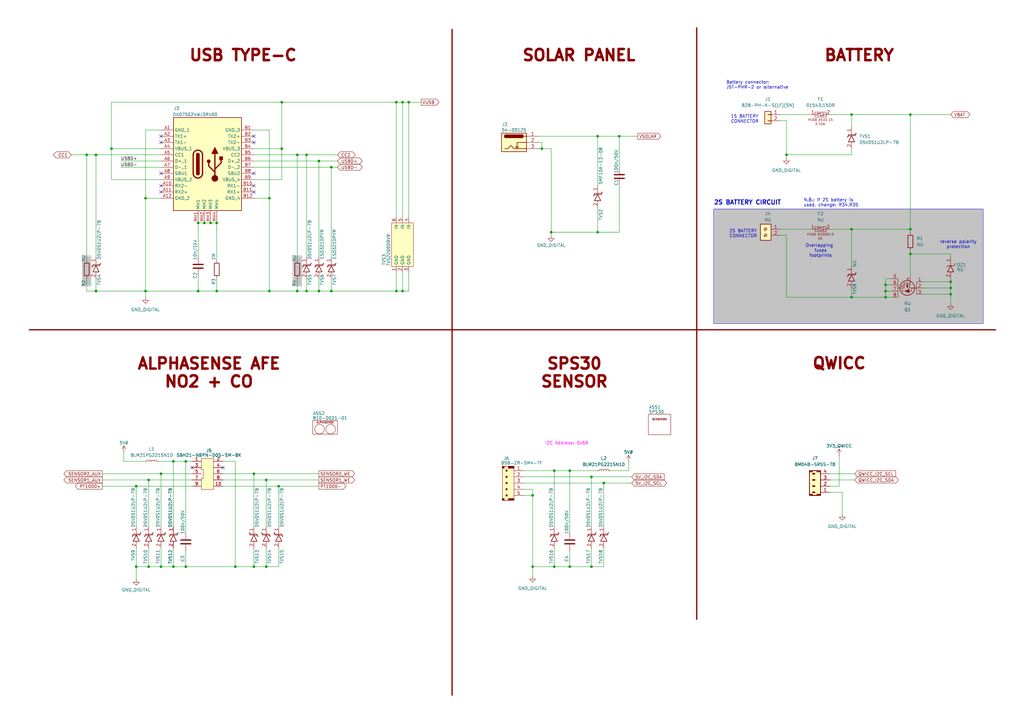
<source format=kicad_sch>
(kicad_sch (version 20250114) (generator "eeschema") (generator_version "9.0")
  (paper "A3")
  (title_block (date "29-07-2025") (rev "2") (comment 1 "Flatburn_V5") (comment 2 "Luca Brighenti") (comment 3 "-") (comment 4 "MIT"))
  (lib_symbols
    (symbol "FAE-CAP:CS-C-0402-100n/50V-10%" (pin_numbers (hide yes))
      (property "Reference" "C" (at -1.778 -4.318 90))
      (property "Value" "100n/50V" (at -1.778 1.27 90))
      (symbol "CS-C-0402-100n/50V-10%_1_1"
        (pin passive line (at 0 3.81 270) (length 2.794) (name "~") (number "1"))
        (pin passive line (at 0 -3.81 90) (length 2.794) (name "~") (number "2"))
      )
    )
    (symbol "FAE-CAP:CS-C-1206-10n/1kV-10%" (pin_numbers (hide yes))
      (property "Reference" "C" (at -1.778 -4.318 90))
      (property "Value" "10n/1kV" (at -1.778 1.27 90))
      (symbol "CS-C-1206-10n/1kV-10%_1_1"
        (pin passive line (at 0 3.81 270) (length 2.794) (name "~") (number "1"))
        (pin passive line (at 0 -3.81 90) (length 2.794) (name "~") (number "2"))
      )
    )
    (symbol "FAE-CONN:HEADER 2X5P - MDS -  SBH21-NBPN-D05-SM-BK" (pin_names (hide yes))
      (property "Reference" "J" (at -4.318 6.35 0))
      (property "Value" "SBH21-NBPN-D05-SM-BK" (at -4.318 4.572 0))
      (symbol "HEADER 2X5P - MDS -  SBH21-NBPN-D05-SM-BK_1_1"
        (pin passive line (at -6.35 1.27 0) (length 3.81) (name "10") (number "10"))
        (pin passive line (at -6.35 -1.27 0) (length 3.81) (name "8") (number "8"))
        (pin passive line (at -6.35 -3.81 0) (length 3.81) (name "6") (number "6"))
        (pin passive line (at -6.35 -6.35 0) (length 3.81) (name "4") (number "4"))
        (pin passive line (at -6.35 -8.89 0) (length 3.81) (name "2") (number "2"))
        (pin passive line (at 6.35 1.27 180) (length 3.81) (name "9") (number "9"))
        (pin passive line (at 6.35 -1.27 180) (length 3.81) (name "7") (number "7"))
        (pin passive line (at 6.35 -3.81 180) (length 3.81) (name "5") (number "5"))
        (pin passive line (at 6.35 -6.35 180) (length 3.81) (name "3") (number "3"))
        (pin passive line (at 6.35 -8.89 180) (length 3.81) (name "1") (number "1"))
      )
    )
    (symbol "FAE-CONN:JACK - DC - 54-00125"
      (property "Reference" "J" (at -10.16 7.366 0))
      (property "Value" "54-00125" (at -10.414 5.588 0))
      (symbol "JACK - DC - 54-00125_1_0"
        (pin passive line (at 5.08 2.54 180) (length 5.08) (name "~") (number "1"))
        (pin passive line (at 5.08 0 180) (length 5.08) (name "~") (number "2"))
        (pin passive line (at 5.08 -2.54 180) (length 5.08) (name "~") (number "3"))
      )
    )
    (symbol "FAE-CONN:JST 2P- TMD - B2B-PH-K-S(LF)(SN)" (pin_names (hide yes))
      (property "Reference" "J" (at -4.318 6.35 0))
      (property "Value" "B2B-PH-K-S(LF)(SN)" (at -4.318 4.572 0))
      (symbol "JST 2P- TMD - B2B-PH-K-S(LF)(SN)_1_1"
        (pin passive line (at 2.54 1.27 180) (length 3.81) (name "Pin_1") (number "1"))
        (pin passive line (at 2.54 -1.27 180) (length 3.81) (name "Pin_2") (number "2"))
      )
    )
    (symbol "FAE-CONN:JST 4P - SMD - BM04B-SRSS-TB" (pin_names (hide yes))
      (property "Reference" "J" (at -3.302 8.636 0))
      (property "Value" "BM04B-SRSS-TB" (at -3.556 7.112 0))
      (symbol "JST 4P - SMD - BM04B-SRSS-TB_1_1"
        (pin passive line (at 5.08 3.81 180) (length 3.81) (name "4") (number "4"))
        (pin passive line (at 5.08 1.27 180) (length 3.81) (name "3") (number "3"))
        (pin passive line (at 5.08 -1.27 180) (length 3.81) (name "2") (number "2"))
        (pin passive line (at 5.08 -3.81 180) (length 3.81) (name "1") (number "1"))
      )
    )
    (symbol "FAE-CONN:JST 5P- SMD -  B5B-ZR-SM4-TF" (pin_names (hide yes))
      (property "Reference" "J" (at -2.286 10.668 0))
      (property "Value" "B5B-ZR-SM4-TF" (at -2.286 8.89 0))
      (symbol "JST 5P- SMD -  B5B-ZR-SM4-TF_1_1"
        (pin passive line (at 6.35 5.08 180) (length 3.81) (name "5") (number "5"))
        (pin passive line (at 6.35 2.54 180) (length 3.81) (name "4") (number "4"))
        (pin passive line (at 6.35 0 180) (length 3.81) (name "3") (number "3"))
        (pin passive line (at 6.35 -2.54 180) (length 3.81) (name "2") (number "2"))
        (pin passive line (at 6.35 -5.08 180) (length 3.81) (name "1") (number "1"))
      )
    )
    (symbol "FAE-CONN:SCREW HEADER 2P 45 - MDT - 39543-4302   " (pin_names (hide yes))
      (property "Reference" "J" (at -7.874 7.366 0))
      (property "Value" "39543-4302" (at -7.874 5.588 0))
      (symbol "SCREW HEADER 2P 45 - MDT - 39543-4302   _1_1"
        (pin passive line (at 1.27 1.27 180) (length 3.81) (name "Pin_1") (number "1"))
        (pin passive line (at 1.27 -1.27 180) (length 3.81) (name "Pin_2") (number "2"))
      )
    )
    (symbol "FAE-CONN:USB-C - FDS - DX07S024WJ3R400"
      (property "Reference" "J" (at -13.97 21.336 0))
      (property "Value" "DX07S024WJ3R400" (at -14.224 19.558 0))
      (symbol "USB-C - FDS - DX07S024WJ3R400_1_1"
        (pin passive line (at -19.05 12.7 0) (length 5.08) (name "GND_1") (number "A1"))
        (pin passive line (at -19.05 10.16 0) (length 5.08) (name "TX1+") (number "A2"))
        (pin passive line (at -19.05 7.62 0) (length 5.08) (name "TX1-") (number "A3"))
        (pin passive line (at -19.05 5.08 0) (length 5.08) (name "VBUS_1") (number "A4"))
        (pin passive line (at -19.05 2.54 0) (length 5.08) (name "CC1") (number "A5"))
        (pin passive line (at -19.05 0 0) (length 5.08) (name "D+_1") (number "A6"))
        (pin passive line (at -19.05 -2.54 0) (length 5.08) (name "D-_1") (number "A7"))
        (pin passive line (at -19.05 -5.08 0) (length 5.08) (name "SBU1") (number "A8"))
        (pin passive line (at -19.05 -7.62 0) (length 5.08) (name "VBUS_2") (number "A9"))
        (pin passive line (at -19.05 -10.16 0) (length 5.08) (name "RX2-") (number "A10"))
        (pin passive line (at -19.05 -12.7 0) (length 5.08) (name "RX2+") (number "A11"))
        (pin passive line (at -19.05 -15.24 0) (length 5.08) (name "GND_2") (number "A12"))
        (pin passive line (at -3.81 -25.4 90) (length 5.08) (name "MH1") (number "MH1"))
        (pin passive line (at -1.27 -25.4 90) (length 5.08) (name "MH2") (number "MH2"))
        (pin passive line (at 1.27 -25.4 90) (length 5.08) (name "MH3") (number "MH3"))
        (pin passive line (at 3.81 -25.4 90) (length 5.08) (name "MH4") (number "MH4"))
        (pin passive line (at 19.05 12.7 180) (length 5.08) (name "GND_3") (number "B1"))
        (pin passive line (at 19.05 10.16 180) (length 5.08) (name "TX2+") (number "B2"))
        (pin passive line (at 19.05 7.62 180) (length 5.08) (name "TX2-") (number "B3"))
        (pin passive line (at 19.05 5.08 180) (length 5.08) (name "VBUS_3") (number "B4"))
        (pin passive line (at 19.05 2.54 180) (length 5.08) (name "CC2") (number "B5"))
        (pin passive line (at 19.05 0 180) (length 5.08) (name "D+_2") (number "B6"))
        (pin passive line (at 19.05 -2.54 180) (length 5.08) (name "D-_2") (number "B7"))
        (pin passive line (at 19.05 -5.08 180) (length 5.08) (name "SBU2") (number "B8"))
        (pin passive line (at 19.05 -7.62 180) (length 5.08) (name "VBUS_4") (number "B9"))
        (pin passive line (at 19.05 -10.16 180) (length 5.08) (name "RX1-") (number "B10"))
        (pin passive line (at 19.05 -12.7 180) (length 5.08) (name "RX1+") (number "B11"))
        (pin passive line (at 19.05 -15.24 180) (length 5.08) (name "GND_4") (number "B12"))
      )
    )
    (symbol "FAE-DIODES:ZENER - UNI- 12V/300mW - BZT52C12T-7"
      (property "Reference" "DZ" (at -6.604 6.096 0))
      (property "Value" "BZT52C12T-7" (at -6.604 4.318 0))
      (symbol "ZENER - UNI- 12V/300mW - BZT52C12T-7_1_1"
        (pin passive line (at -3.81 0 0) (length 2.54) (name "") (number "1"))
        (pin passive line (at 5.08 0 180) (length 2.54) (name "") (number "2"))
      )
    )
    (symbol "FAE-FUSE:FUSE+FUSEHOLDER - 3.15A - SMD - 01543.15DR"
      (property "Reference" "F" (at -4.572 4.826 0))
      (property "Value" "01543.15DR" (at -4.826 3.302 0))
      (symbol "FUSE+FUSEHOLDER - 3.15A - SMD - 01543.15DR_1_1"
        (text "FUSE 4533.15\n3.15A \n" (at 0 -3.048 0) (effects (font (size 1.016 1.016))))
        (pin passive line (at -3.81 0 0) (length 1.27) (name "~") (number "1"))
        (pin passive line (at 3.81 0 180) (length 1.27) (name "~") (number "2"))
      )
    )
    (symbol "FAE-FUSE:FUSE+FUSEHOLDER - 5A - SMD - 0154005.DR"
      (property "Reference" "F" (at -4.572 4.826 0))
      (property "Value" "0154005.DR" (at -4.826 3.302 0))
      (symbol "FUSE+FUSEHOLDER - 5A - SMD - 0154005.DR_1_1"
        (text "FUSE 453005.0\n5A \n" (at 0 -3.048 0) (effects (font (size 1.016 1.016))))
        (pin passive line (at -3.81 0 0) (length 1.27) (name "~") (number "1"))
        (pin passive line (at 3.81 0 180) (length 1.27) (name "~") (number "2"))
      )
    )
    (symbol "FAE-IND:FER - 220Ohm/2A - 25% - BLM21PG221SN1D" (pin_numbers (hide yes)) (pin_names (hide yes))
      (property "Reference" "L" (at -5.334 1.524 0))
      (property "Value" "BLM21PG221SN1D" (at -20.32 -0.508 0))
      (symbol "FER - 220Ohm/2A - 25% - BLM21PG221SN1D_1_1"
        (pin passive line (at 0 2.54 270) (length 0.508) (name "~") (number "1"))
        (pin passive line (at 0 -2.54 90) (length 0.508) (name "~") (number "2"))
      )
    )
    (symbol "FAE-PROT:TVS/ESD - 22V -  TVS2200DRVR"
      (property "Reference" "TVS" (at -9.144 7.874 0))
      (property "Value" "TVS2200DRVR" (at -9.144 6.096 0))
      (symbol "TVS/ESD - 22V -  TVS2200DRVR_1_1"
        (pin passive line (at -11.43 2.54 0) (length 2.54) (name "GND") (number "1"))
        (pin passive line (at -11.43 0 0) (length 2.54) (name "GND") (number "2"))
        (pin passive line (at -11.43 0 0) (length 2.54) (hide yes) (name "GND") (number "7"))
        (pin passive line (at -11.43 -2.54 0) (length 2.54) (name "GND") (number "3"))
        (pin passive line (at 11.43 2.54 180) (length 2.54) (name "IN") (number "6"))
        (pin passive line (at 11.43 0 180) (length 2.54) (name "IN") (number "5"))
        (pin passive line (at 11.43 -2.54 180) (length 2.54) (name "IN") (number "4"))
      )
    )
    (symbol "FAE-PROT:TVS/ESD - UNI - 5,5V/500W_1 - D5V0S1U2LP-7B"
      (property "Reference" "TVS" (at -6.604 6.096 0))
      (property "Value" "D5V0S1U2LP-7B" (at -6.604 4.318 0))
      (symbol "TVS/ESD - UNI - 5,5V/500W_1 - D5V0S1U2LP-7B_1_1"
        (pin passive line (at -3.81 0 0) (length 2.54) (name "") (number "1"))
        (pin passive line (at 5.08 0 180) (length 2.54) (name "") (number "2"))
      )
    )
    (symbol "FAE-PROT:TVS/ESD - UNI- 10V/200W - SMF10A-E3-08"
      (property "Reference" "TVS" (at -6.604 6.096 0))
      (property "Value" "SMF10A-E3-08" (at -6.604 4.318 0))
      (symbol "TVS/ESD - UNI- 10V/200W - SMF10A-E3-08_1_1"
        (pin passive line (at -3.81 0 0) (length 2.54) (name "") (number "1"))
        (pin passive line (at 5.08 0 180) (length 2.54) (name "") (number "2"))
      )
    )
    (symbol "FAE-PROT:TVS/ESD - UNI- 3,6V/40W - ESD321DPYR"
      (property "Reference" "TVS" (at -6.604 6.096 0))
      (property "Value" "ESD321DPYR" (at -6.604 4.318 0))
      (symbol "TVS/ESD - UNI- 3,6V/40W - ESD321DPYR_1_1"
        (pin passive line (at -3.81 0 0) (length 2.54) (name "") (number "1"))
        (pin passive line (at 5.08 0 180) (length 2.54) (name "") (number "2"))
      )
    )
    (symbol "FAE-RES:RS-0402-10K 1/16W 1%" (pin_numbers (hide yes)) (pin_names (hide yes))
      (property "Reference" "R" (at -1.778 -6.096 90))
      (property "Value" "10k" (at -1.778 3.556 90))
      (symbol "RS-0402-10K 1/16W 1%_1_1"
        (pin passive line (at 0 3.81 270) (length 1.27) (name "~") (number "1"))
        (pin passive line (at 0 -3.81 90) (length 1.27) (name "~") (number "2"))
      )
    )
    (symbol "FAE-RES:RS-0603-5K1 1/10W 1%" (pin_numbers (hide yes)) (pin_names (hide yes))
      (property "Reference" "R" (at -1.778 -6.096 90))
      (property "Value" "5.1k" (at -1.778 3.556 90))
      (symbol "RS-0603-5K1 1/10W 1%_1_1"
        (pin passive line (at 0 3.81 270) (length 1.27) (name "~") (number "1"))
        (pin passive line (at 0 -3.81 90) (length 1.27) (name "~") (number "2"))
      )
    )
    (symbol "FAE-RES:RS-1206-1M 1/4W 1%" (pin_numbers (hide yes)) (pin_names (hide yes))
      (property "Reference" "R" (at -1.778 -6.096 90))
      (property "Value" "1M" (at -1.778 3.556 90))
      (symbol "RS-1206-1M 1/4W 1%_1_1"
        (pin passive line (at 0 3.81 270) (length 1.27) (name "~") (number "1"))
        (pin passive line (at 0 -3.81 90) (length 1.27) (name "~") (number "2"))
      )
    )
    (symbol "FAE-SENS:ALPHASENSE - 810-0021-01" (on_board no)
      (property "Reference" "ASS" (at -4.064 8.89 0))
      (property "Value" "810-0021-01" (at -4.318 7.112 0))
      (symbol "ALPHASENSE - 810-0021-01_1_1"
        (text "ALPHASENSE\n" (at 0 2.032 0) (effects (font (size 0.762 0.762))))
      )
    )
    (symbol "FAE-SENS:PM - SPS30" (on_board no)
      (property "Reference" "ASS" (at -4.064 6.35 0))
      (property "Value" "SPS30" (at -4.318 4.572 0))
      (symbol "PM - SPS30_1_1"
        (text "SENSIRION" (at 0 0.762 0) (effects (font (size 0.762 0.762))))
      )
    )
    (symbol "FAE-TRANSISTOR:NMOS - 30V 35A -  SISH402DN-T1-GE3" (pin_names (offset 0.254) (hide yes))
      (property "Reference" "Q" (at -23.622 5.08 0))
      (property "Value" "SISH402DN-T1-GE3" (at -23.876 3.048 0))
      (symbol "NMOS - 30V 35A -  SISH402DN-T1-GE3_1_1"
        (text "n" (at -0.762 2.032 0) (effects (font (size 0.889 0.889))))
        (pin passive line (at -5.08 -1.27 0) (length 2.54) (name "G") (number "4"))
        (pin passive line (at -3.81 6.35 270) (length 2.54) (name "D") (number "5"))
        (pin passive line (at -2.54 -6.35 90) (length 2.54) (name "S") (number "1"))
        (pin passive line (at -1.27 6.35 270) (length 2.54) (name "D") (number "6"))
        (pin passive line (at 0 -6.35 90) (length 2.54) (name "S") (number "2"))
        (pin passive line (at 1.27 6.35 270) (length 2.54) (name "D") (number "7"))
        (pin passive line (at 2.54 -6.35 90) (length 2.54) (name "S") (number "3"))
        (pin passive line (at 3.81 6.35 270) (length 2.54) (name "D") (number "8"))
        (pin passive line (at 3.81 6.35 270) (length 2.54) (hide yes) (name "D") (number "9"))
      )
    )
    (symbol "power:GND" (power) (pin_numbers (hide yes)) (pin_names (offset 0) (hide yes))
      (property "Value" "GND" (at 0 -3.81 0))
      (symbol "GND_1_1"
        (pin power_in line (at 0 0 270) (length 0) (name "~") (number "1"))
      )
    )
    (symbol "power:VPP" (power) (pin_numbers (hide yes)) (pin_names (offset 0) (hide yes))
      (property "Value" "VPP" (at 0 3.556 0))
      (symbol "VPP_1_1"
        (pin power_in line (at 0 0 90) (length 0) (name "~") (number "1"))
      )
    )
  )
  (rectangle (start 120.015 104.775) (end 123.825 117.475) (stroke (width -0.0001) (color 194 194 194 1)) (fill (type color) (color 194 194 194 1)))
  (rectangle (start 33.655 104.775) (end 37.465 117.475) (stroke (width -0.0001) (color 194 194 194 1)) (fill (type color) (color 194 194 194 1)))
  (rectangle (start 292.735 85.725) (end 403.225 132.715))
  (rectangle (start 292.735 85.725) (end 403.225 132.715) (stroke (width -0.0001) (color 194 194 194 1)) (fill (type color) (color 194 194 194 1)))
  (text "SPS30\nSENSOR" (at 235.585 153.035 0) (effects (font (size 4.572 4.572) (thickness 1.016) (bold yes))))
  (text "1S BATTERY\nCONNECTOR" (at 299.72 48.895 0) (effects (font (size 1.27 1.27) (thickness 0.1588)) (justify left)))
  (text "Overlapping \nfuses\nfootprints" (at 336.55 102.87 0) (effects (font (size 1.27 1.27) (thickness 0.1588))))
  (text "Battery connector: \nJST-PHR-2 or alternative" (at 297.815 34.925 0) (effects (font (size 1.27 1.27) (thickness 0.1588)) (justify left)))
  (text "QWICC\n" (at 344.17 149.225 0) (effects (font (size 4.572 4.572) (thickness 1.016) (bold yes))))
  (text "reverse polarity\nprotection\n" (at 393.065 100.33 0) (effects (font (size 1.27 1.27) (thickness 0.1588))))
  (text "BATTERY\n" (at 352.425 22.86 0) (effects (font (size 4.572 4.572) (thickness 1.016) (bold yes))))
  (text "SOLAR PANEL\n" (at 237.49 22.86 0) (effects (font (size 4.572 4.572) (thickness 1.016) (bold yes))))
  (text "USB TYPE-C\n" (at 99.695 22.86 0) (effects (font (size 4.572 4.572) (thickness 1.016) (bold yes))))
  (text "2S BATTERY\nCONNECTOR" (at 299.085 95.885 0) (effects (font (size 1.27 1.27) (thickness 0.1588)) (justify left)))
  (text "N.B.: If 2S battery is\nused, change: R34,R35" (at 329.565 83.185 0) (effects (font (size 1.27 1.27) (thickness 0.1588)) (justify left)))
  (text "\n" (at 162.56 238.76 0) (effects (font (size 2.54 2.54)) (justify left)))
  (text "ALPHASENSE AFE\nNO2 + CO\n" (at 85.725 153.035 0) (effects (font (size 4.572 4.572) (thickness 1.016) (bold yes))))
  (text "2S BATTERY CIRCUIT" (at 292.735 83.185 0) (effects (font (size 1.778 1.778) (thickness 0.3556) (bold yes)) (justify left)))
  (text "I2C Address: 0x69\n					" (at 223.52 182.88 0) (effects (font (size 1.27 1.27) (thickness 0.1588)) (justify left)))
  (junction (at 227.33 193.04))
  (junction (at 349.25 121.92))
  (junction (at 245.11 95.25))
  (junction (at 242.57 195.58))
  (junction (at 389.89 118.11))
  (junction (at 233.68 232.41))
  (junction (at 349.25 93.98))
  (junction (at 104.14 232.41))
  (junction (at 165.1 119.38))
  (junction (at 130.81 66.04))
  (junction (at 71.12 189.23))
  (junction (at 247.65 198.12))
  (junction (at 363.22 119.38))
  (junction (at 115.57 60.96))
  (junction (at 55.88 199.39))
  (junction (at 39.37 63.5))
  (junction (at 389.89 115.57))
  (junction (at 135.89 68.58))
  (junction (at 115.57 41.91))
  (junction (at 373.38 104.14))
  (junction (at 88.9 91.44))
  (junction (at 226.06 95.25))
  (junction (at 114.3 199.39))
  (junction (at 110.49 119.38))
  (junction (at 83.82 91.44))
  (junction (at 109.22 232.41))
  (junction (at 245.11 55.88))
  (junction (at 349.25 46.99))
  (junction (at 233.68 193.04))
  (junction (at 389.89 120.65))
  (junction (at 363.22 121.92))
  (junction (at 135.89 119.38))
  (junction (at 76.2 232.41))
  (junction (at 81.28 91.44))
  (junction (at 66.04 232.41))
  (junction (at 59.69 81.28))
  (junction (at 218.44 203.2))
  (junction (at 71.12 232.41))
  (junction (at 242.57 232.41))
  (junction (at 121.92 119.38))
  (junction (at 162.56 119.38))
  (junction (at 86.36 91.44))
  (junction (at 59.69 119.38))
  (junction (at 227.33 232.41))
  (junction (at 167.64 41.91))
  (junction (at 35.56 63.5))
  (junction (at 96.52 232.41))
  (junction (at 222.25 60.96))
  (junction (at 66.04 194.31))
  (junction (at 104.14 194.31))
  (junction (at 125.73 63.5))
  (junction (at 373.38 93.98))
  (junction (at 76.2 189.23))
  (junction (at 254 55.88))
  (junction (at 60.96 232.41))
  (junction (at 130.81 119.38))
  (junction (at 165.1 41.91))
  (junction (at 125.73 119.38))
  (junction (at 121.92 63.5))
  (junction (at 55.88 232.41))
  (junction (at 109.22 196.85))
  (junction (at 81.28 119.38))
  (junction (at 373.38 46.99))
  (junction (at 363.22 116.84))
  (junction (at 45.72 60.96))
  (junction (at 110.49 81.28))
  (junction (at 60.96 196.85))
  (junction (at 162.56 41.91))
  (junction (at 322.58 63.5))
  (junction (at 39.37 119.38))
  (junction (at 88.9 119.38))
  (junction (at 218.44 232.41))
  (no_connect (at 104.14 55.88))
  (no_connect (at 104.14 76.2))
  (no_connect (at 91.44 191.77))
  (no_connect (at 104.14 78.74))
  (no_connect (at 66.04 55.88))
  (no_connect (at 78.74 191.77))
  (no_connect (at 66.04 71.12))
  (no_connect (at 66.04 78.74))
  (no_connect (at 66.04 76.2))
  (no_connect (at 104.14 58.42))
  (no_connect (at 104.14 71.12))
  (no_connect (at 66.04 58.42))
  (wire (pts (xy 227.33 232.41) (xy 218.44 232.41)))
  (wire (pts (xy 222.25 60.96) (xy 226.06 60.96)))
  (wire (pts (xy 130.81 119.38) (xy 135.89 119.38)))
  (wire (pts (xy 114.3 199.39) (xy 114.3 215.9)))
  (wire (pts (xy 104.14 81.28) (xy 110.49 81.28)))
  (wire (pts (xy 64.77 189.23) (xy 71.12 189.23)))
  (wire (pts (xy 135.89 68.58) (xy 138.43 68.58)))
  (wire (pts (xy 340.36 199.39) (xy 344.17 199.39)))
  (wire (pts (xy 227.33 193.04) (xy 233.68 193.04)))
  (wire (pts (xy 254 55.88) (xy 261.62 55.88)))
  (wire (pts (xy 104.14 53.34) (xy 110.49 53.34)))
  (wire (pts (xy 66.04 232.41) (xy 71.12 232.41)))
  (wire (pts (xy 49.53 68.58) (xy 66.04 68.58)))
  (wire (pts (xy 247.65 232.41) (xy 242.57 232.41)))
  (wire (pts (xy 373.38 95.25) (xy 373.38 93.98)))
  (wire (pts (xy 88.9 114.3) (xy 88.9 119.38)))
  (wire (pts (xy 91.44 199.39) (xy 114.3 199.39)))
  (wire (pts (xy 71.12 189.23) (xy 76.2 189.23)))
  (wire (pts (xy 233.68 232.41) (xy 242.57 232.41)))
  (wire (pts (xy 110.49 81.28) (xy 110.49 119.38)))
  (wire (pts (xy 41.91 196.85) (xy 60.96 196.85)))
  (wire (pts (xy 322.58 63.5) (xy 349.25 63.5)))
  (wire (pts (xy 254 76.2) (xy 254 95.25)))
  (wire (pts (xy 365.76 121.92) (xy 363.22 121.92)))
  (wire (pts (xy 130.81 66.04) (xy 138.43 66.04)))
  (wire (pts (xy 340.36 201.93) (xy 345.44 201.93)))
  (wire (pts (xy 226.06 95.25) (xy 226.06 96.52)))
  (wire (pts (xy 167.64 119.38) (xy 165.1 119.38)))
  (wire (pts (xy 76.2 189.23) (xy 76.2 218.44)))
  (wire (pts (xy 50.8 189.23) (xy 59.69 189.23)))
  (wire (pts (xy 35.56 114.3) (xy 35.56 119.38)))
  (wire (pts (xy 218.44 232.41) (xy 218.44 203.2)))
  (wire (pts (xy 165.1 41.91) (xy 167.64 41.91)))
  (wire (pts (xy 322.58 96.52) (xy 322.58 121.92)))
  (wire (pts (xy 214.63 193.04) (xy 227.33 193.04)))
  (wire (pts (xy 378.46 115.57) (xy 389.89 115.57)))
  (wire (pts (xy 50.8 185.42) (xy 50.8 189.23)))
  (wire (pts (xy 121.92 119.38) (xy 125.73 119.38)))
  (wire (pts (xy 322.58 121.92) (xy 349.25 121.92)))
  (wire (pts (xy 322.58 49.53) (xy 322.58 63.5)))
  (wire (pts (xy 340.36 46.99) (xy 349.25 46.99)))
  (wire (pts (xy 59.69 81.28) (xy 66.04 81.28)))
  (wire (pts (xy 242.57 195.58) (xy 242.57 215.9)))
  (wire (pts (xy 227.33 193.04) (xy 227.33 215.9)))
  (wire (pts (xy 104.14 68.58) (xy 135.89 68.58)))
  (wire (pts (xy 378.46 118.11) (xy 389.89 118.11)))
  (wire (pts (xy 121.92 63.5) (xy 125.73 63.5)))
  (wire (pts (xy 81.28 119.38) (xy 88.9 119.38)))
  (wire (pts (xy 35.56 119.38) (xy 39.37 119.38)))
  (wire (pts (xy 233.68 193.04) (xy 245.11 193.04)))
  (wire (pts (xy 245.11 55.88) (xy 245.11 76.2)))
  (wire (pts (xy 35.56 106.68) (xy 35.56 63.5)))
  (wire (pts (xy 389.89 118.11) (xy 389.89 120.65)))
  (wire (pts (xy 389.89 104.14) (xy 373.38 104.14)))
  (wire (pts (xy 83.82 91.44) (xy 81.28 91.44)))
  (wire (pts (xy 222.25 58.42) (xy 222.25 60.96)))
  (wire (pts (xy 104.14 194.31) (xy 130.81 194.31)))
  (wire (pts (xy 349.25 93.98) (xy 373.38 93.98)))
  (wire (pts (xy 165.1 41.91) (xy 165.1 88.9)))
  (wire (pts (xy 363.22 116.84) (xy 363.22 119.38)))
  (wire (pts (xy 218.44 200.66) (xy 218.44 203.2)))
  (wire (pts (xy 214.63 195.58) (xy 242.57 195.58)))
  (wire (pts (xy 55.88 237.49) (xy 55.88 232.41)))
  (wire (pts (xy 45.72 60.96) (xy 66.04 60.96)))
  (wire (pts (xy 247.65 224.79) (xy 247.65 232.41)))
  (wire (pts (xy 320.04 93.98) (xy 332.74 93.98)))
  (wire (pts (xy 167.64 41.91) (xy 172.72 41.91)))
  (wire (pts (xy 245.11 95.25) (xy 254 95.25)))
  (wire (pts (xy 71.12 224.79) (xy 71.12 232.41)))
  (wire (pts (xy 218.44 203.2) (xy 214.63 203.2)))
  (wire (pts (xy 349.25 93.98) (xy 349.25 109.22)))
  (wire (pts (xy 130.81 66.04) (xy 130.81 105.41)))
  (wire (pts (xy 373.38 46.99) (xy 389.89 46.99)))
  (wire (pts (xy 363.22 116.84) (xy 365.76 116.84)))
  (wire (pts (xy 109.22 224.79) (xy 109.22 232.41)))
  (wire (pts (xy 389.89 124.46) (xy 389.89 120.65)))
  (wire (pts (xy 45.72 41.91) (xy 115.57 41.91)))
  (wire (pts (xy 109.22 232.41) (xy 104.14 232.41)))
  (wire (pts (xy 115.57 41.91) (xy 162.56 41.91)))
  (wire (pts (xy 104.14 224.79) (xy 104.14 232.41)))
  (polyline (pts (xy 185.42 12.065) (xy 185.42 285.115)) (stroke (width 0.508) (color 132 0 0 1)))
  (wire (pts (xy 245.11 85.09) (xy 245.11 95.25)))
  (wire (pts (xy 59.69 121.92) (xy 59.69 119.38)))
  (wire (pts (xy 81.28 119.38) (xy 59.69 119.38)))
  (wire (pts (xy 125.73 114.3) (xy 125.73 119.38)))
  (polyline (pts (xy 12.065 135.255) (xy 408.305 135.255)) (stroke (width 0.508) (color 132 0 0 1)))
  (wire (pts (xy 81.28 113.03) (xy 81.28 119.38)))
  (wire (pts (xy 365.76 114.3) (xy 363.22 114.3)))
  (wire (pts (xy 363.22 114.3) (xy 363.22 116.84)))
  (wire (pts (xy 322.58 63.5) (xy 322.58 64.77)))
  (wire (pts (xy 226.06 60.96) (xy 226.06 95.25)))
  (wire (pts (xy 66.04 53.34) (xy 59.69 53.34)))
  (wire (pts (xy 214.63 198.12) (xy 247.65 198.12)))
  (wire (pts (xy 349.25 63.5) (xy 349.25 60.96)))
  (wire (pts (xy 373.38 46.99) (xy 373.38 93.98)))
  (wire (pts (xy 55.88 232.41) (xy 60.96 232.41)))
  (wire (pts (xy 96.52 232.41) (xy 76.2 232.41)))
  (wire (pts (xy 373.38 102.87) (xy 373.38 104.14)))
  (wire (pts (xy 165.1 111.76) (xy 165.1 119.38)))
  (wire (pts (xy 389.89 114.3) (xy 389.89 115.57)))
  (wire (pts (xy 227.33 224.79) (xy 227.33 232.41)))
  (wire (pts (xy 344.17 186.69) (xy 344.17 199.39)))
  (wire (pts (xy 88.9 106.68) (xy 88.9 91.44)))
  (wire (pts (xy 162.56 41.91) (xy 162.56 88.9)))
  (wire (pts (xy 130.81 114.3) (xy 130.81 119.38)))
  (wire (pts (xy 88.9 119.38) (xy 110.49 119.38)))
  (wire (pts (xy 91.44 194.31) (xy 104.14 194.31)))
  (wire (pts (xy 257.81 193.04) (xy 250.19 193.04)))
  (wire (pts (xy 49.53 66.04) (xy 66.04 66.04)))
  (wire (pts (xy 363.22 121.92) (xy 349.25 121.92)))
  (wire (pts (xy 165.1 119.38) (xy 162.56 119.38)))
  (wire (pts (xy 66.04 224.79) (xy 66.04 232.41)))
  (wire (pts (xy 66.04 194.31) (xy 66.04 215.9)))
  (wire (pts (xy 247.65 198.12) (xy 259.08 198.12)))
  (wire (pts (xy 83.82 91.44) (xy 86.36 91.44)))
  (wire (pts (xy 104.14 66.04) (xy 130.81 66.04)))
  (wire (pts (xy 214.63 200.66) (xy 218.44 200.66)))
  (wire (pts (xy 60.96 196.85) (xy 78.74 196.85)))
  (wire (pts (xy 66.04 73.66) (xy 45.72 73.66)))
  (wire (pts (xy 76.2 226.06) (xy 76.2 232.41)))
  (wire (pts (xy 81.28 91.44) (xy 81.28 105.41)))
  (wire (pts (xy 320.04 49.53) (xy 322.58 49.53)))
  (wire (pts (xy 162.56 111.76) (xy 162.56 119.38)))
  (wire (pts (xy 242.57 195.58) (xy 259.08 195.58)))
  (wire (pts (xy 135.89 114.3) (xy 135.89 119.38)))
  (wire (pts (xy 45.72 73.66) (xy 45.72 60.96)))
  (wire (pts (xy 114.3 224.79) (xy 114.3 232.41)))
  (wire (pts (xy 109.22 232.41) (xy 114.3 232.41)))
  (wire (pts (xy 222.25 60.96) (xy 220.98 60.96)))
  (wire (pts (xy 66.04 194.31) (xy 78.74 194.31)))
  (wire (pts (xy 76.2 189.23) (xy 78.74 189.23)))
  (wire (pts (xy 59.69 53.34) (xy 59.69 81.28)))
  (wire (pts (xy 389.89 120.65) (xy 378.46 120.65)))
  (wire (pts (xy 76.2 232.41) (xy 71.12 232.41)))
  (wire (pts (xy 125.73 63.5) (xy 125.73 105.41)))
  (wire (pts (xy 60.96 196.85) (xy 60.96 215.9)))
  (wire (pts (xy 135.89 119.38) (xy 162.56 119.38)))
  (wire (pts (xy 389.89 105.41) (xy 389.89 104.14)))
  (wire (pts (xy 242.57 224.79) (xy 242.57 232.41)))
  (wire (pts (xy 29.21 63.5) (xy 35.56 63.5)))
  (wire (pts (xy 86.36 91.44) (xy 88.9 91.44)))
  (wire (pts (xy 220.98 58.42) (xy 222.25 58.42)))
  (wire (pts (xy 59.69 81.28) (xy 59.69 119.38)))
  (wire (pts (xy 115.57 41.91) (xy 115.57 60.96)))
  (wire (pts (xy 109.22 196.85) (xy 130.81 196.85)))
  (wire (pts (xy 104.14 194.31) (xy 104.14 215.9)))
  (wire (pts (xy 233.68 226.06) (xy 233.68 232.41)))
  (wire (pts (xy 121.92 114.3) (xy 121.92 119.38)))
  (wire (pts (xy 233.68 193.04) (xy 233.68 218.44)))
  (wire (pts (xy 115.57 73.66) (xy 104.14 73.66)))
  (wire (pts (xy 349.25 118.11) (xy 349.25 121.92)))
  (wire (pts (xy 39.37 63.5) (xy 39.37 105.41)))
  (wire (pts (xy 104.14 60.96) (xy 115.57 60.96)))
  (wire (pts (xy 363.22 119.38) (xy 365.76 119.38)))
  (wire (pts (xy 220.98 55.88) (xy 245.11 55.88)))
  (wire (pts (xy 110.49 53.34) (xy 110.49 81.28)))
  (wire (pts (xy 135.89 68.58) (xy 135.89 105.41)))
  (wire (pts (xy 60.96 224.79) (xy 60.96 232.41)))
  (wire (pts (xy 257.81 189.23) (xy 257.81 193.04)))
  (wire (pts (xy 115.57 60.96) (xy 115.57 73.66)))
  (wire (pts (xy 39.37 63.5) (xy 66.04 63.5)))
  (wire (pts (xy 109.22 196.85) (xy 109.22 215.9)))
  (wire (pts (xy 254 68.58) (xy 254 55.88)))
  (wire (pts (xy 322.58 96.52) (xy 320.04 96.52)))
  (wire (pts (xy 340.36 93.98) (xy 349.25 93.98)))
  (wire (pts (xy 35.56 63.5) (xy 39.37 63.5)))
  (wire (pts (xy 55.88 199.39) (xy 78.74 199.39)))
  (wire (pts (xy 110.49 119.38) (xy 121.92 119.38)))
  (wire (pts (xy 167.64 111.76) (xy 167.64 119.38)))
  (wire (pts (xy 320.04 46.99) (xy 332.74 46.99)))
  (wire (pts (xy 55.88 199.39) (xy 55.88 215.9)))
  (wire (pts (xy 45.72 60.96) (xy 45.72 41.91)))
  (wire (pts (xy 254 55.88) (xy 245.11 55.88)))
  (wire (pts (xy 91.44 189.23) (xy 96.52 189.23)))
  (wire (pts (xy 247.65 198.12) (xy 247.65 215.9)))
  (wire (pts (xy 41.91 199.39) (xy 55.88 199.39)))
  (wire (pts (xy 71.12 189.23) (xy 71.12 215.9)))
  (wire (pts (xy 373.38 104.14) (xy 373.38 113.03)))
  (wire (pts (xy 165.1 41.91) (xy 162.56 41.91)))
  (wire (pts (xy 121.92 63.5) (xy 121.92 106.68)))
  (wire (pts (xy 340.36 194.31) (xy 350.52 194.31)))
  (wire (pts (xy 345.44 201.93) (xy 345.44 210.82)))
  (wire (pts (xy 125.73 63.5) (xy 138.43 63.5)))
  (wire (pts (xy 114.3 199.39) (xy 130.81 199.39)))
  (wire (pts (xy 39.37 119.38) (xy 59.69 119.38)))
  (wire (pts (xy 226.06 95.25) (xy 245.11 95.25)))
  (wire (pts (xy 218.44 232.41) (xy 218.44 236.22)))
  (wire (pts (xy 55.88 224.79) (xy 55.88 232.41)))
  (wire (pts (xy 104.14 232.41) (xy 96.52 232.41)))
  (wire (pts (xy 125.73 119.38) (xy 130.81 119.38)))
  (polyline (pts (xy 285.75 11.43) (xy 285.75 254)) (stroke (width 0.508) (color 132 0 0 1)))
  (wire (pts (xy 41.91 194.31) (xy 66.04 194.31)))
  (wire (pts (xy 91.44 196.85) (xy 109.22 196.85)))
  (wire (pts (xy 363.22 119.38) (xy 363.22 121.92)))
  (wire (pts (xy 340.36 196.85) (xy 350.52 196.85)))
  (wire (pts (xy 227.33 232.41) (xy 233.68 232.41)))
  (wire (pts (xy 349.25 46.99) (xy 373.38 46.99)))
  (wire (pts (xy 167.64 88.9) (xy 167.64 41.91)))
  (wire (pts (xy 60.96 232.41) (xy 66.04 232.41)))
  (wire (pts (xy 389.89 115.57) (xy 389.89 118.11)))
  (wire (pts (xy 96.52 189.23) (xy 96.52 232.41)))
  (wire (pts (xy 104.14 63.5) (xy 121.92 63.5)))
  (wire (pts (xy 349.25 46.99) (xy 349.25 52.07)))
  (wire (pts (xy 39.37 114.3) (xy 39.37 119.38)))
  (label "USBD+" (at 49.53 66.04 0))
  (label "USBD-" (at 49.53 68.58 0))
  (global_label "CC2" (shape bidirectional) (at 138.43 63.5 0) (property "Intersheetrefs" "${INTERSHEET_REFS}" (effects (hide yes))))
  (global_label "USBD+" (shape bidirectional) (at 138.43 66.04 0) (property "Intersheetrefs" "${INTERSHEET_REFS}" (effects (hide yes))))
  (global_label "VUSB" (shape output) (at 172.72 41.91 0) (property "Intersheetrefs" "${INTERSHEET_REFS}" (effects (hide yes))))
  (global_label "QWICC_I2C_SDA" (shape bidirectional) (at 350.52 196.85 0) (property "Intersheetrefs" "${INTERSHEET_REFS}" (effects (hide yes))))
  (global_label "VSOLAR" (shape output) (at 261.62 55.88 0) (property "Intersheetrefs" "${INTERSHEET_REFS}" (effects (hide yes))))
  (global_label "PT1000-" (shape output) (at 130.81 199.39 0) (property "Intersheetrefs" "${INTERSHEET_REFS}" (effects (hide yes))))
  (global_label "SENSOR1_WE" (shape output) (at 130.81 196.85 0) (property "Intersheetrefs" "${INTERSHEET_REFS}" (effects (hide yes))))
  (global_label "SENSOR2_WE" (shape output) (at 130.81 194.31 0) (property "Intersheetrefs" "${INTERSHEET_REFS}" (effects (hide yes))))
  (global_label "USBD-" (shape bidirectional) (at 138.43 68.58 0) (property "Intersheetrefs" "${INTERSHEET_REFS}" (effects (hide yes))))
  (global_label "5V_I2C_SCL" (shape bidirectional) (at 259.08 198.12 0) (property "Intersheetrefs" "${INTERSHEET_REFS}" (effects (hide yes))))
  (global_label "SENSOR2_AUX" (shape output) (at 41.91 194.31 180) (property "Intersheetrefs" "${INTERSHEET_REFS}" (effects (hide yes))))
  (global_label "QWICC_I2C_SCL" (shape input) (at 350.52 194.31 0) (property "Intersheetrefs" "${INTERSHEET_REFS}" (effects (hide yes))))
  (global_label "CC1" (shape bidirectional) (at 29.21 63.5 180) (property "Intersheetrefs" "${INTERSHEET_REFS}" (effects (hide yes))))
  (global_label "VBAT" (shape bidirectional) (at 389.89 46.99 0) (property "Intersheetrefs" "${INTERSHEET_REFS}" (effects (hide yes))))
  (global_label "5V_I2C_SDA" (shape input) (at 259.08 195.58 0) (property "Intersheetrefs" "${INTERSHEET_REFS}" (effects (hide yes))))
  (global_label "SENSOR1_AUX" (shape output) (at 41.91 196.85 180) (property "Intersheetrefs" "${INTERSHEET_REFS}" (effects (hide yes))))
  (global_label "PT1000+" (shape output) (at 41.91 199.39 180) (property "Intersheetrefs" "${INTERSHEET_REFS}" (effects (hide yes))))
  (symbol (lib_id "power:GND") (at 389.89 124.46 0) (unit 1)
    (property "Reference" "#PWR05" (effects (hide yes)))
    (property "Value" "GND_DIGITAL" (at 389.89 129.54 0))
    (property "Description" "Power symbol creates a global label with name \"GND\" , ground" (effects (hide yes)))
  )
  (symbol (lib_id "power:GND") (at 322.58 64.77 0) (unit 1)
    (property "Reference" "#PWR02" (effects (hide yes)))
    (property "Value" "GND_DIGITAL" (at 322.58 69.85 0))
    (property "Description" "Power symbol creates a global label with name \"GND\" , ground" (effects (hide yes)))
  )
  (symbol (lib_id "FAE-CONN:SCREW HEADER 2P 45 - MDT - 39543-4302   ") (at 318.77 95.25 0) (unit 1)
    (property "Reference" "J4" (at 314.96 87.63 0))
    (property "Value" "NU" (at 314.96 90.17 0))
    (property "Footprint" "FAE-CONN:39543-4302" (effects (hide yes)))
    (property "Description" "5.00mm Pitch Eurostyle 45° Wire Entry Fixed Mount PCB Terminal Block, 2 Circuits" (effects (hide yes)))
    (property "Distributor" "M-538-39543-4302 " (effects (hide yes)))
    (property "MPN" "39543-4302 " (effects (hide yes)))
    (property "Pkg Type" "THT" (effects (hide yes)))
    (property "Temp Range" "-40°..+105°" (effects (hide yes)))
    (property "Implementation" "FAE_LB" (effects (hide yes)))
    (property "Notes" "NOT MOUNTED" (effects (hide yes)))
  )
  (symbol (lib_id "FAE-PROT:TVS/ESD - UNI - 5,5V/500W_1 - D5V0S1U2LP-7B") (at 125.73 109.22 270) (unit 1)
    (property "Reference" "TVS5" (at 127 112.395 0) (effects (justify left)))
    (property "Value" "D5V0S1U2LP-7B" (at 127 90.17 0) (effects (justify left)))
    (property "Footprint" "FAE-PROT:D5V0S1U2LP7B" (effects (hide yes)))
    (property "Description" "TVS Working voltage 5,5V, Clamping voltage 13V,  40A" (effects (hide yes)))
    (property "Distributor" "D5V0S1U2LP-7B " (effects (hide yes)))
    (property "MPN" "M-621-D5V0S1U2LP-7B" (effects (hide yes)))
    (property "Pkg Type" "SMD" (effects (hide yes)))
    (property "Price Distributor Cad" "0,143" (effects (hide yes)))
    (property "Temp Range" "-65°..+150°" (effects (hide yes)))
    (property "Implementation" "FAE_LB" (effects (hide yes)))
  )
  (symbol (lib_id "FAE-SENS:ALPHASENSE - 810-0021-01") (at 133.35 175.26 0) (unit 1) (in_bom no) (on_board no)
    (property "Reference" "ASS2" (at 128.27 169.545 0) (effects (justify left)))
    (property "Value" "810-0021-01" (at 128.27 171.45 0) (effects (justify left)))
    (property "Description" "NO2/O3/NO sensor 810-0021-01 ALPHASENSE" (effects (hide yes)))
    (property "Distributor" "ALPHASENSE-810-0021-01" (effects (hide yes)))
    (property "MPN" "810-0021-01" (effects (hide yes)))
    (property "Price Distributor Cad" "35,36" (effects (hide yes)))
    (property "Temp Range" "-10°..+50°" (effects (hide yes)))
    (property "Implementation" "FAE_LB" (effects (hide yes)))
  )
  (symbol (lib_id "FAE-PROT:TVS/ESD - UNI - 5,5V/500W_1 - D5V0S1U2LP-7B") (at 114.3 219.71 90) (mirror x) (unit 1)
    (property "Reference" "TVS15" (at 115.57 225.425 0) (effects (justify left)))
    (property "Value" "D5V0S1U2LP-7B" (at 115.57 200.025 0) (effects (justify left)))
    (property "Footprint" "FAE-PROT:D5V0S1U2LP7B" (effects (hide yes)))
    (property "Description" "TVS Working voltage 5,5V, Clamping voltage 13V,  40A" (effects (hide yes)))
    (property "Distributor" "D5V0S1U2LP-7B " (effects (hide yes)))
    (property "MPN" "M-621-D5V0S1U2LP-7B" (effects (hide yes)))
    (property "Pkg Type" "SMD" (effects (hide yes)))
    (property "Price Distributor Cad" "0,143" (effects (hide yes)))
    (property "Temp Range" "-65°..+150°" (effects (hide yes)))
    (property "Implementation" "FAE_LB" (effects (hide yes)))
  )
  (symbol (lib_id "FAE-CONN:JST 2P- TMD - B2B-PH-K-S(LF)(SN)") (at 317.5 48.26 0) (unit 1)
    (property "Reference" "J1" (at 314.96 40.64 0))
    (property "Value" "B2B-PH-K-S(LF)(SN)" (at 314.96 43.18 0))
    (property "Footprint" "Connector_JST:JST_PH_B2B-PH-K_1x02_P2.00mm_Vertical" (effects (hide yes)))
    (property "Description" "CONN JACK R/A PCB 3.5X1.1MM" (effects (hide yes)))
    (property "Distributor" "M-306-B2BPHKSLFSNPP " (effects (hide yes)))
    (property "MPN" "B2B-PH-K-S(LF)(SN) " (effects (hide yes)))
    (property "Pkg Type" "THT" (effects (hide yes)))
    (property "Price Distributor Cad" "0,114" (effects (hide yes)))
    (property "Temp Range" "-25°..+85°" (effects (hide yes)))
    (property "Implementation" "FAE_LB" (effects (hide yes)))
  )
  (symbol (lib_id "power:GND") (at 226.06 96.52 0) (unit 1)
    (property "Reference" "#PWR03" (effects (hide yes)))
    (property "Value" "GND_DIGITAL" (at 226.06 100.584 0))
    (property "Description" "Power symbol creates a global label with name \"GND\" , ground" (effects (hide yes)))
  )
  (symbol (lib_id "FAE-PROT:TVS/ESD - UNI - 5,5V/500W_1 - D5V0S1U2LP-7B") (at 227.33 219.71 270) (unit 1)
    (property "Reference" "TVS16" (at 226.06 225.425 0) (effects (justify left)))
    (property "Value" "D5V0S1U2LP-7B" (at 226.06 200.025 0) (effects (justify left)))
    (property "Footprint" "FAE-PROT:D5V0S1U2LP7B" (effects (hide yes)))
    (property "Description" "TVS Working voltage 5,5V, Clamping voltage 13V,  40A" (effects (hide yes)))
    (property "Distributor" "D5V0S1U2LP-7B " (effects (hide yes)))
    (property "MPN" "M-621-D5V0S1U2LP-7B" (effects (hide yes)))
    (property "Pkg Type" "SMD" (effects (hide yes)))
    (property "Price Distributor Cad" "0,143" (effects (hide yes)))
    (property "Temp Range" "-65°..+150°" (effects (hide yes)))
    (property "Implementation" "FAE_LB" (effects (hide yes)))
  )
  (symbol (lib_id "power:VPP") (at 50.8 185.42 0) (unit 1)
    (property "Reference" "#PWR06" (effects (hide yes)))
    (property "Value" "5V#" (at 50.8 181.61 0))
    (property "Description" "Power symbol creates a global label with name \"VPP\"" (effects (hide yes)))
  )
  (symbol (lib_id "FAE-SENS:PM - SPS30") (at 270.51 172.72 0) (unit 1) (in_bom no) (on_board no)
    (property "Reference" "ASS1" (at 266.065 167.005 0) (effects (justify left)))
    (property "Value" "SPS30" (at 266.065 168.91 0) (effects (justify left)))
    (property "Description" "PM sensor SPS30 Sensirion" (effects (hide yes)))
    (property "Distributor" "M-403-SPS30" (effects (hide yes)))
    (property "MPN" "SPS30" (effects (hide yes)))
    (property "Price Distributor Cad" "35,36" (effects (hide yes)))
    (property "Temp Range" "-10°..+60°" (effects (hide yes)))
    (property "Implementation" "FAE_LB" (effects (hide yes)))
  )
  (symbol (lib_id "FAE-PROT:TVS/ESD - UNI- 10V/200W - SMF10A-E3-08") (at 349.25 113.03 270) (unit 1)
    (property "Reference" "TVS8" (at 350.52 116.205 0) (effects (justify left)))
    (property "Value" "NU" (at 350.52 106.68 0) (effects (justify left)))
    (property "Footprint" "Diode_SMD:D_SMF" (effects (hide yes)))
    (property "Description" "TVS/ESD Working voltage 10V, Clamping voltage 17V, 11.8A" (effects (hide yes)))
    (property "Distributor" "M-78-SMF10A-E3-08 " (effects (hide yes)))
    (property "MPN" "SMF10A-E3-08 " (effects (hide yes)))
    (property "Pkg Type" "SMD" (effects (hide yes)))
    (property "Price Distributor Cad" "0,32" (effects (hide yes)))
    (property "Temp Range" "-65°..+175°" (effects (hide yes)))
    (property "Implementation" "FAE_LB" (effects (hide yes)))
    (property "Notes" "NOT MOUNTED" (effects (hide yes)))
  )
  (symbol (lib_id "FAE-PROT:TVS/ESD - UNI - 5,5V/500W_1 - D5V0S1U2LP-7B") (at 55.88 219.71 270) (unit 1)
    (property "Reference" "TVS9" (at 54.61 225.425 0) (effects (justify left)))
    (property "Value" "D5V0S1U2LP-7B" (at 54.61 200.025 0) (effects (justify left)))
    (property "Footprint" "FAE-PROT:D5V0S1U2LP7B" (effects (hide yes)))
    (property "Description" "TVS Working voltage 5,5V, Clamping voltage 13V,  40A" (effects (hide yes)))
    (property "Distributor" "D5V0S1U2LP-7B " (effects (hide yes)))
    (property "MPN" "M-621-D5V0S1U2LP-7B" (effects (hide yes)))
    (property "Pkg Type" "SMD" (effects (hide yes)))
    (property "Price Distributor Cad" "0,143" (effects (hide yes)))
    (property "Temp Range" "-65°..+150°" (effects (hide yes)))
    (property "Implementation" "FAE_LB" (effects (hide yes)))
  )
  (symbol (lib_id "FAE-CONN:JST 4P - SMD - BM04B-SRSS-TB") (at 335.28 198.12 0) (unit 1)
    (property "Reference" "J7" (at 334.264 187.96 0))
    (property "Value" "BM04B-SRSS-TB" (at 334.264 190.5 0))
    (property "Footprint" "FAE-CONN:BM04B-SRSS_JST" (effects (hide yes)))
    (property "Description" "SH series 1.0mm pitch, 50V, 1.0A" (effects (hide yes)))
    (property "Distributor" "D-455-BM04B-SRSS-TBTR-ND" (effects (hide yes)))
    (property "MPN" "BM04B-SRSS-TB " (effects (hide yes)))
    (property "Pkg Type" "SMD" (effects (hide yes)))
    (property "Price Distributor Cad" "0,52" (effects (hide yes)))
    (property "Temp Range" "-25°..+85°" (effects (hide yes)))
    (property "Implementation" "FAE_LB" (effects (hide yes)))
  )
  (symbol (lib_id "power:GND") (at 345.44 210.82 0) (unit 1)
    (property "Reference" "#PWR09" (effects (hide yes)))
    (property "Value" "GND_DIGITAL" (at 345.44 215.9 0))
    (property "Description" "Power symbol creates a global label with name \"GND\" , ground" (effects (hide yes)))
  )
  (symbol (lib_id "FAE-PROT:TVS/ESD - UNI - 5,5V/500W_1 - D5V0S1U2LP-7B") (at 104.14 219.71 90) (mirror x) (unit 1)
    (property "Reference" "TVS13" (at 105.41 225.425 0) (effects (justify left)))
    (property "Value" "D5V0S1U2LP-7B" (at 105.41 200.025 0) (effects (justify left)))
    (property "Footprint" "FAE-PROT:D5V0S1U2LP7B" (effects (hide yes)))
    (property "Description" "TVS Working voltage 5,5V, Clamping voltage 13V,  40A" (effects (hide yes)))
    (property "Distributor" "D5V0S1U2LP-7B " (effects (hide yes)))
    (property "MPN" "M-621-D5V0S1U2LP-7B" (effects (hide yes)))
    (property "Pkg Type" "SMD" (effects (hide yes)))
    (property "Price Distributor Cad" "0,143" (effects (hide yes)))
    (property "Temp Range" "-65°..+150°" (effects (hide yes)))
    (property "Implementation" "FAE_LB" (effects (hide yes)))
  )
  (symbol (lib_id "FAE-PROT:TVS/ESD - UNI- 10V/200W - SMF10A-E3-08") (at 245.11 80.01 270) (unit 1)
    (property "Reference" "TVS2" (at 246.38 85.725 0) (effects (justify left)))
    (property "Value" "SMF10A-E3-08" (at 246.38 60.325 0) (effects (justify left)))
    (property "Footprint" "Diode_SMD:D_SMF" (effects (hide yes)))
    (property "Description" "TVS/ESD Working voltage 10V, Clamping voltage 17V, 11.8A" (effects (hide yes)))
    (property "Distributor" "M-78-SMF10A-E3-08 " (effects (hide yes)))
    (property "MPN" "SMF10A-E3-08 " (effects (hide yes)))
    (property "Pkg Type" "SMD" (effects (hide yes)))
    (property "Price Distributor Cad" "0,32" (effects (hide yes)))
    (property "Temp Range" "-65°..+175°" (effects (hide yes)))
    (property "Implementation" "FAE_LB" (effects (hide yes)))
  )
  (symbol (lib_id "power:GND") (at 55.88 237.49 0) (unit 1)
    (property "Reference" "#PWR011" (effects (hide yes)))
    (property "Value" "GND_DIGITAL" (at 55.88 241.935 0))
    (property "Description" "Power symbol creates a global label with name \"GND\" , ground" (effects (hide yes)))
  )
  (symbol (lib_id "FAE-TRANSISTOR:NMOS - 30V 35A -  SISH402DN-T1-GE3") (at 372.11 118.11 90) (mirror x) (unit 1)
    (property "Reference" "Q1" (at 372.237 127 90))
    (property "Value" "NU" (at 372.237 124.46 90))
    (property "Footprint" "FAE-TRANSISTOR:PowerPAK 121-8" (effects (hide yes)))
    (property "Description" "PMOS, 30Vdss  RDS 8mOhm 20Vgss 35A Id" (effects (hide yes)))
    (property "Distributor" "M-78-SISH402DN-T1-GE3 " (effects (hide yes)))
    (property "MPN" "SISH402DN-T1-GE3 " (effects (hide yes)))
    (property "Pkg Type" "SMD" (effects (hide yes)))
    (property "Price Distributor Cad" "0,92" (effects (hide yes)))
    (property "Temp Range" "-55°..+150°" (effects (hide yes)))
    (property "Implementation" "FAE_LB" (effects (hide yes)))
    (property "Notes" "NOT MOUNTED" (effects (hide yes)))
  )
  (symbol (lib_id "FAE-IND:FER - 220Ohm/2A - 25% - BLM21PG221SN1D") (at 247.65 193.04 270) (unit 1)
    (property "Reference" "L2" (at 247.65 187.96 90))
    (property "Value" "BLM21PG221SN1D" (at 247.65 190.5 90))
    (property "Footprint" "Inductor_SMD:L_0805_2012Metric" (effects (hide yes)))
    (property "Description" "SDM  Ferrite Beads 220Ohm/2A - 25%, 0805" (effects (hide yes)))
    (property "Distributor" "M-81-BLM21P221SG " (effects (hide yes)))
    (property "MPN" "BLM21PG221SN1D " (effects (hide yes)))
    (property "Pkg Type" "SMD" (effects (hide yes)))
    (property "Price Distributor Cad" "0,504" (effects (hide yes)))
    (property "Temp Range" "-40°..+125°" (effects (hide yes)))
    (property "Implementation" "FAE_LB" (effects (hide yes)))
  )
  (symbol (lib_id "FAE-CONN:JST 5P- SMD -  B5B-ZR-SM4-TF") (at 208.28 198.12 0) (mirror x) (unit 1)
    (property "Reference" "J6" (at 207.645 187.96 0))
    (property "Value" "B5B-ZR-SM4-TF" (at 213.995 189.865 0))
    (property "Footprint" "FAE-CONN:B5B-ZR-SM4-TF" (effects (hide yes)))
    (property "Description" "JST, 5P, Vertical SMD" (effects (hide yes)))
    (property "Distributor" "D-455-1684-2-ND" (effects (hide yes)))
    (property "MPN" "B5B-ZR-SM4-TF" (effects (hide yes)))
    (property "Pkg Type" "SMD" (effects (hide yes)))
    (property "Price Distributor Cad" "0,64" (effects (hide yes)))
    (property "Temp Range" "-25°..+85°" (effects (hide yes)))
    (property "Implementation" "FAE_LB" (effects (hide yes)))
  )
  (symbol (lib_id "FAE-PROT:TVS/ESD - UNI- 3,6V/40W - ESD321DPYR") (at 130.81 109.22 270) (unit 1)
    (property "Reference" "TVS6" (at 132.08 112.395 0) (effects (justify left)))
    (property "Value" "ESD321DPYR" (at 132.08 93.98 0) (effects (justify left)))
    (property "Footprint" "FAE-DIODES:X1SON-2" (effects (hide yes)))
    (property "Description" "TVS/ESD USB2.0 Working voltage 3,6V, Clamping voltage 6,8V, 6A" (effects (hide yes)))
    (property "Distributor" "M-595-ESD321DPYR " (effects (hide yes)))
    (property "MPN" "ESD321DPYR " (effects (hide yes)))
    (property "Pkg Type" "SMD" (effects (hide yes)))
    (property "Price Distributor Cad" "0,38" (effects (hide yes)))
    (property "Temp Range" "-40°..+125°" (effects (hide yes)))
    (property "Implementation" "FAE_LB" (effects (hide yes)))
  )
  (symbol (lib_id "power:GND") (at 218.44 236.22 0) (unit 1)
    (property "Reference" "#PWR010" (effects (hide yes)))
    (property "Value" "GND_DIGITAL" (at 218.44 241.3 0))
    (property "Description" "Power symbol creates a global label with name \"GND\" , ground" (effects (hide yes)))
  )
  (symbol (lib_id "FAE-IND:FER - 220Ohm/2A - 25% - BLM21PG221SN1D") (at 62.23 189.23 270) (unit 1)
    (property "Reference" "L1" (at 62.23 184.15 90))
    (property "Value" "BLM21PG221SN1D" (at 62.23 186.69 90))
    (property "Footprint" "Inductor_SMD:L_0805_2012Metric" (effects (hide yes)))
    (property "Description" "SDM  Ferrite Beads 220Ohm/2A - 25%, 0805" (effects (hide yes)))
    (property "Distributor" "M-81-BLM21P221SG " (effects (hide yes)))
    (property "MPN" "BLM21PG221SN1D " (effects (hide yes)))
    (property "Pkg Type" "SMD" (effects (hide yes)))
    (property "Price Distributor Cad" "0,504" (effects (hide yes)))
    (property "Temp Range" "-40°..+125°" (effects (hide yes)))
    (property "Implementation" "FAE_LB" (effects (hide yes)))
  )
  (symbol (lib_id "FAE-CONN:HEADER 2X5P - MDS -  SBH21-NBPN-D05-SM-BK") (at 85.09 198.12 180) (unit 1)
    (property "Reference" "J5" (at 85.725 184.785 0))
    (property "Value" "SBH21-NBPN-D05-SM-BK" (at 85.725 186.69 0))
    (property "Footprint" "FAE-CONN:SBH21-NBPN-D05-SM-BK" (effects (hide yes)))
    (property "Description" "CONN JACK R/A PCB 3.5X1.1MM" (effects (hide yes)))
    (property "Distributor" "D-S9036-ND " (effects (hide yes)))
    (property "MPN" "SBH21-NBPN-D05-SM-BK" (effects (hide yes)))
    (property "Pkg Type" "SMD" (effects (hide yes)))
    (property "Price Distributor Cad" "1,06" (effects (hide yes)))
    (property "Temp Range" "-40°..+105°" (effects (hide yes)))
    (property "Implementation" "FAE_LB" (effects (hide yes)))
  )
  (symbol (lib_id "FAE-CAP:CS-C-0402-100n/50V-10%") (at 76.2 222.25 0) (unit 1)
    (property "Reference" "C3" (at 74.93 230.505 90) (effects (justify left)))
    (property "Value" "100n/50V" (at 74.93 219.075 90) (effects (justify left)))
    (property "Footprint" "Capacitor_SMD:C_0402_1005Metric" (effects (hide yes)))
    (property "Description" "CHIP CAP.CER. 100nF 50V 10% X7R 0402" (effects (hide yes)))
    (property "Distributor" "FAE-043362" (effects (hide yes)))
    (property "Pkg Type" "SMD" (effects (hide yes)))
    (property "Temp Range" "-°..+°" (effects (hide yes)))
    (property "Implementation" "FAE_LB" (effects (hide yes)))
  )
  (symbol (lib_id "FAE-PROT:TVS/ESD - UNI - 5,5V/500W_1 - D5V0S1U2LP-7B") (at 71.12 219.71 270) (unit 1)
    (property "Reference" "TVS12" (at 69.85 225.425 0) (effects (justify left)))
    (property "Value" "D5V0S1U2LP-7B" (at 69.85 200.025 0) (effects (justify left)))
    (property "Footprint" "FAE-PROT:D5V0S1U2LP7B" (effects (hide yes)))
    (property "Description" "TVS Working voltage 5,5V, Clamping voltage 13V,  40A" (effects (hide yes)))
    (property "Distributor" "D5V0S1U2LP-7B " (effects (hide yes)))
    (property "MPN" "M-621-D5V0S1U2LP-7B" (effects (hide yes)))
    (property "Pkg Type" "SMD" (effects (hide yes)))
    (property "Price Distributor Cad" "0,143" (effects (hide yes)))
    (property "Temp Range" "-65°..+150°" (effects (hide yes)))
    (property "Implementation" "FAE_LB" (effects (hide yes)))
  )
  (symbol (lib_id "FAE-CAP:CS-C-1206-10n/1kV-10%") (at 81.28 109.22 0) (unit 1)
    (property "Reference" "C2" (at 80.01 114.3 90) (effects (justify left)))
    (property "Value" "10n/1kV" (at 80.01 106.68 90) (effects (justify left)))
    (property "Footprint" "Capacitor_SMD:C_1206_3216Metric" (effects (hide yes)))
    (property "Description" "CHIP CAP.CER. 10nF 1kV 10% X7R 1206" (effects (hide yes)))
    (property "Distributor" "FAE-028470" (effects (hide yes)))
    (property "Pkg Type" "SMD" (effects (hide yes)))
    (property "Temp Range" "-°..+°" (effects (hide yes)))
    (property "Implementation" "FAE_LB" (effects (hide yes)))
  )
  (symbol (lib_id "FAE-RES:RS-0402-10K 1/16W 1%") (at 373.38 99.06 0) (unit 1)
    (property "Reference" "R1" (at 375.92 97.7899 0) (effects (justify left)))
    (property "Value" "NU" (at 375.92 100.3299 0) (effects (justify left)))
    (property "Footprint" "Resistor_SMD:R_0402_1005Metric" (effects (hide yes)))
    (property "Description" "CHIP. RES 10K 0402 1/16W 1%" (effects (hide yes)))
    (property "Distributor" "FAE-025129" (effects (hide yes)))
    (property "Pkg Type" "SMD" (effects (hide yes)))
    (property "Temp Range" "-°..+°" (effects (hide yes)))
    (property "Implementation" "FAE_LB" (effects (hide yes)))
    (property "Notes" "NOT MOUNTED" (effects (hide yes)))
  )
  (symbol (lib_id "FAE-CAP:CS-C-0402-100n/50V-10%") (at 254 72.39 0) (unit 1)
    (property "Reference" "C1" (at 252.73 76.2 90) (effects (justify left)))
    (property "Value" "100n/50V" (at 252.73 71.12 90) (effects (justify left)))
    (property "Footprint" "Capacitor_SMD:C_0402_1005Metric" (effects (hide yes)))
    (property "Description" "CHIP CAP.CER. 100nF 50V 10% X7R 0402" (effects (hide yes)))
    (property "Distributor" "FAE-043362" (effects (hide yes)))
    (property "Pkg Type" "SMD" (effects (hide yes)))
    (property "Temp Range" "-°..+°" (effects (hide yes)))
    (property "Implementation" "FAE_LB" (effects (hide yes)))
  )
  (symbol (lib_id "FAE-PROT:TVS/ESD - UNI- 3,6V/40W - ESD321DPYR") (at 135.89 109.22 270) (unit 1)
    (property "Reference" "TVS7" (at 137.16 112.395 0) (effects (justify left)))
    (property "Value" "ESD321DPYR" (at 137.16 93.98 0) (effects (justify left)))
    (property "Footprint" "FAE-DIODES:X1SON-2" (effects (hide yes)))
    (property "Description" "TVS/ESD USB2.0 Working voltage 3,6V, Clamping voltage 6,8V, 6A" (effects (hide yes)))
    (property "Distributor" "M-595-ESD321DPYR " (effects (hide yes)))
    (property "MPN" "ESD321DPYR " (effects (hide yes)))
    (property "Pkg Type" "SMD" (effects (hide yes)))
    (property "Price Distributor Cad" "0,38" (effects (hide yes)))
    (property "Temp Range" "-40°..+125°" (effects (hide yes)))
    (property "Implementation" "FAE_LB" (effects (hide yes)))
  )
  (symbol (lib_id "power:GND") (at 59.69 121.92 0) (unit 1)
    (property "Reference" "#PWR04" (effects (hide yes)))
    (property "Value" "GND_DIGITAL" (at 59.69 127 0))
    (property "Description" "Power symbol creates a global label with name \"GND\" , ground" (effects (hide yes)))
  )
  (symbol (lib_id "FAE-PROT:TVS/ESD - UNI - 5,5V/500W_1 - D5V0S1U2LP-7B") (at 247.65 219.71 270) (unit 1)
    (property "Reference" "TVS18" (at 246.38 225.425 0) (effects (justify left)))
    (property "Value" "D5V0S1U2LP-7B" (at 246.38 200.025 0) (effects (justify left)))
    (property "Footprint" "FAE-PROT:D5V0S1U2LP7B" (effects (hide yes)))
    (property "Description" "TVS Working voltage 5,5V, Clamping voltage 13V,  40A" (effects (hide yes)))
    (property "Distributor" "D5V0S1U2LP-7B " (effects (hide yes)))
    (property "MPN" "M-621-D5V0S1U2LP-7B" (effects (hide yes)))
    (property "Pkg Type" "SMD" (effects (hide yes)))
    (property "Price Distributor Cad" "0,143" (effects (hide yes)))
    (property "Temp Range" "-65°..+150°" (effects (hide yes)))
    (property "Implementation" "FAE_LB" (effects (hide yes)))
  )
  (symbol (lib_id "FAE-PROT:TVS/ESD - 22V -  TVS2200DRVR") (at 165.1 100.33 90) (unit 1)
    (property "Reference" "TVS3" (at 157.48 104.14 0) (effects (justify right)))
    (property "Value" "TVS2200DRVR" (at 159.385 95.885 0) (effects (justify right)))
    (property "Footprint" "FAE-PROT:SON65P200X200X80-7N" (effects (hide yes)))
    (property "Description" "ESD/TV 22V CLAMP" (effects (hide yes)))
    (property "Distributor" "M-595-TVS2200DRVR" (effects (hide yes)))
    (property "MPN" "TVS2200DRVR" (effects (hide yes)))
    (property "Pkg Type" "SMD" (effects (hide yes)))
    (property "Price Distributor Cad" "0,513" (effects (hide yes)))
    (property "Temp Range" "-40°..+125°" (effects (hide yes)))
    (property "Implementation" "FAE_LB" (effects (hide yes)))
  )
  (symbol (lib_id "power:VPP") (at 344.17 186.69 0) (unit 1)
    (property "Reference" "#PWR07" (effects (hide yes)))
    (property "Value" "3V3_QWICC" (at 344.17 182.88 0))
    (property "Description" "Power symbol creates a global label with name \"VPP\"" (effects (hide yes)))
  )
  (symbol (lib_id "FAE-DIODES:ZENER - UNI- 12V/300mW - BZT52C12T-7") (at 389.89 109.22 270) (unit 1)
    (property "Reference" "DZ1" (at 392.43 107.95 90) (effects (justify left top)))
    (property "Value" "NU" (at 392.43 109.855 90) (effects (justify left top)))
    (property "Footprint" "Diode_SMD:D_SOD-523" (effects (hide yes)))
    (property "Description" "Zener 12V 300mW" (effects (hide yes)))
    (property "Distributor" "M-621-BZT52C12T-7" (effects (hide yes)))
    (property "MPN" "BZT52C12T-7 " (effects (hide yes)))
    (property "Pkg Type" "SMD" (effects (hide yes)))
    (property "Price Distributor Cad" "0,105" (effects (hide yes)))
    (property "Temp Range" "-65°..+150°" (effects (hide yes)))
    (property "Implementation" "FAE_LB" (effects (hide yes)))
    (property "Notes" "NOT MOUNTED" (effects (hide yes)))
  )
  (symbol (lib_id "FAE-RES:RS-0603-5K1 1/10W 1%") (at 121.92 110.49 0) (unit 1)
    (property "Reference" "R4" (at 120.65 117.475 90) (effects (justify left)))
    (property "Value" "NU" (at 120.65 107.315 90) (effects (justify left)))
    (property "Footprint" "Resistor_SMD:R_0603_1608Metric" (effects (hide yes)))
    (property "Description" "CHIP. RES 5K1 1/10W 0603 1%" (effects (hide yes)))
    (property "Distributor" "M-603-RC0603FR-105K1L " (effects (hide yes)))
    (property "MPN" "RC0603FR-105K1L " (effects (hide yes)))
    (property "Pkg Type" "SMD" (effects (hide yes)))
    (property "Price Distributor Cad" "0,095" (effects (hide yes)))
    (property "Temp Range" "-55°..+155°" (effects (hide yes)))
    (property "Implementation" "FAE_LB" (effects (hide yes)))
    (property "Notes" "NOT MOUNTED" (effects (hide yes)))
  )
  (symbol (lib_id "FAE-PROT:TVS/ESD - UNI - 5,5V/500W_1 - D5V0S1U2LP-7B") (at 66.04 219.71 270) (unit 1)
    (property "Reference" "TVS11" (at 64.77 225.425 0) (effects (justify left)))
    (property "Value" "D5V0S1U2LP-7B" (at 64.77 200.025 0) (effects (justify left)))
    (property "Footprint" "FAE-PROT:D5V0S1U2LP7B" (effects (hide yes)))
    (property "Description" "TVS Working voltage 5,5V, Clamping voltage 13V,  40A" (effects (hide yes)))
    (property "Distributor" "D5V0S1U2LP-7B " (effects (hide yes)))
    (property "MPN" "M-621-D5V0S1U2LP-7B" (effects (hide yes)))
    (property "Pkg Type" "SMD" (effects (hide yes)))
    (property "Price Distributor Cad" "0,143" (effects (hide yes)))
    (property "Temp Range" "-65°..+150°" (effects (hide yes)))
    (property "Implementation" "FAE_LB" (effects (hide yes)))
  )
  (symbol (lib_id "FAE-CONN:USB-C - FDS - DX07S024WJ3R400") (at 85.09 66.04 0) (unit 1)
    (property "Reference" "J3" (at 72.39 44.45 0))
    (property "Value" "DX07S024WJ3R400" (at 80.01 46.99 0))
    (property "Footprint" "FAE-CONN:DX07S024WJ3R400" (effects (hide yes)))
    (property "Description" "USB Connectors Vert Mount Type C Recept 10mm Height" (effects (hide yes)))
    (property "Distributor" "M-656-DX07S0024WJ3R400 " (effects (hide yes)))
    (property "MPN" "DX07S024WJ3R400" (effects (hide yes)))
    (property "Pkg Type" "SMD" (effects (hide yes)))
    (property "Price Distributor Cad" "2,82" (effects (hide yes)))
    (property "Temp Range" "-30°..+80°" (effects (hide yes)))
    (property "Implementation" "FAE_LB" (effects (hide yes)))
  )
  (symbol (lib_id "FAE-PROT:TVS/ESD - UNI - 5,5V/500W_1 - D5V0S1U2LP-7B") (at 242.57 219.71 270) (unit 1)
    (property "Reference" "TVS17" (at 241.3 225.425 0) (effects (justify left)))
    (property "Value" "D5V0S1U2LP-7B" (at 241.3 200.025 0) (effects (justify left)))
    (property "Footprint" "FAE-PROT:D5V0S1U2LP7B" (effects (hide yes)))
    (property "Description" "TVS Working voltage 5,5V, Clamping voltage 13V,  40A" (effects (hide yes)))
    (property "Distributor" "D5V0S1U2LP-7B " (effects (hide yes)))
    (property "MPN" "M-621-D5V0S1U2LP-7B" (effects (hide yes)))
    (property "Pkg Type" "SMD" (effects (hide yes)))
    (property "Price Distributor Cad" "0,143" (effects (hide yes)))
    (property "Temp Range" "-65°..+150°" (effects (hide yes)))
    (property "Implementation" "FAE_LB" (effects (hide yes)))
  )
  (symbol (lib_id "FAE-FUSE:FUSE+FUSEHOLDER - 5A - SMD - 0154005.DR") (at 336.55 93.98 0) (unit 1)
    (property "Reference" "F2" (at 336.55 87.63 0))
    (property "Value" "NU" (at 336.55 90.17 0))
    (property "Footprint" "FAE-FUSE:154SERIES" (effects (hide yes)))
    (property "Description" "Fuse Holder + Fuse: 453005.0, 5A" (effects (hide yes)))
    (property "Distributor" "M-576-0154005.DR " (effects (hide yes)))
    (property "MPN" "0154005.DR " (effects (hide yes)))
    (property "Pkg Type" "SMD" (effects (hide yes)))
    (property "Price Distributor Cad" "1,81" (effects (hide yes)))
    (property "Temp Range" "-55°..+125°" (effects (hide yes)))
    (property "Implementation" "FAE_LB" (effects (hide yes)))
    (property "Notes" "NOT MOUNTED" (effects (hide yes)))
  )
  (symbol (lib_id "FAE-PROT:TVS/ESD - UNI - 5,5V/500W_1 - D5V0S1U2LP-7B") (at 109.22 219.71 90) (mirror x) (unit 1)
    (property "Reference" "TVS14" (at 110.49 225.425 0) (effects (justify left)))
    (property "Value" "D5V0S1U2LP-7B" (at 110.49 200.025 0) (effects (justify left)))
    (property "Footprint" "FAE-PROT:D5V0S1U2LP7B" (effects (hide yes)))
    (property "Description" "TVS Working voltage 5,5V, Clamping voltage 13V,  40A" (effects (hide yes)))
    (property "Distributor" "D5V0S1U2LP-7B " (effects (hide yes)))
    (property "MPN" "M-621-D5V0S1U2LP-7B" (effects (hide yes)))
    (property "Pkg Type" "SMD" (effects (hide yes)))
    (property "Price Distributor Cad" "0,143" (effects (hide yes)))
    (property "Temp Range" "-65°..+150°" (effects (hide yes)))
    (property "Implementation" "FAE_LB" (effects (hide yes)))
  )
  (symbol (lib_id "FAE-PROT:TVS/ESD - UNI - 5,5V/500W_1 - D5V0S1U2LP-7B") (at 349.25 55.88 270) (unit 1)
    (property "Reference" "TVS1" (at 352.425 55.88 90) (effects (justify left)))
    (property "Value" "D5V0S1U2LP-7B" (at 352.425 58.42 90) (effects (justify left)))
    (property "Footprint" "FAE-PROT:D5V0S1U2LP7B" (effects (hide yes)))
    (property "Description" "TVS Working voltage 5,5V, Clamping voltage 13V,  40A" (effects (hide yes)))
    (property "Distributor" "D5V0S1U2LP-7B " (effects (hide yes)))
    (property "MPN" "M-621-D5V0S1U2LP-7B" (effects (hide yes)))
    (property "Pkg Type" "SMD" (effects (hide yes)))
    (property "Price Distributor Cad" "0,143" (effects (hide yes)))
    (property "Temp Range" "-65°..+150°" (effects (hide yes)))
    (property "Implementation" "FAE_LB" (effects (hide yes)))
  )
  (symbol (lib_id "FAE-RES:RS-1206-1M 1/4W 1%") (at 88.9 110.49 0) (unit 1)
    (property "Reference" "R3" (at 87.63 116.84 90) (effects (justify left)))
    (property "Value" "1M" (at 87.63 106.68 90) (effects (justify left)))
    (property "Footprint" "Resistor_SMD:R_1206_3216Metric" (effects (hide yes)))
    (property "Description" "CHIP. RES 1M 1206 1%" (effects (hide yes)))
    (property "Distributor" "FAE-039104" (effects (hide yes)))
    (property "Pkg Type" "SMD" (effects (hide yes)))
    (property "Temp Range" "-°..+°" (effects (hide yes)))
    (property "Implementation" "FAE_LB" (effects (hide yes)))
  )
  (symbol (lib_id "FAE-FUSE:FUSE+FUSEHOLDER - 3.15A - SMD - 01543.15DR") (at 336.55 46.99 0) (unit 1)
    (property "Reference" "F1" (at 336.55 40.64 0))
    (property "Value" "01543.15DR" (at 336.55 43.18 0))
    (property "Footprint" "FAE-FUSE:154SERIES" (effects (hide yes)))
    (property "Description" "Fuse Holder + Fuse: 4533.15, 3.15A" (effects (hide yes)))
    (property "Distributor" "M-576-01543.15DR " (effects (hide yes)))
    (property "MPN" "01543.15DR" (effects (hide yes)))
    (property "Pkg Type" "SMD" (effects (hide yes)))
    (property "Price Distributor Cad" "2,59" (effects (hide yes)))
    (property "Temp Range" "-55°..+125°" (effects (hide yes)))
    (property "Implementation" "FAE_LB" (effects (hide yes)))
  )
  (symbol (lib_id "power:VPP") (at 257.81 189.23 0) (unit 1)
    (property "Reference" "#PWR08" (effects (hide yes)))
    (property "Value" "5V#" (at 257.81 185.42 0))
    (property "Description" "Power symbol creates a global label with name \"VPP\"" (effects (hide yes)))
  )
  (symbol (lib_id "FAE-CONN:JACK - DC - 54-00125") (at 215.9 58.42 0) (unit 1)
    (property "Reference" "J2" (at 207.01 51.054 0))
    (property "Value" "54-00125" (at 210.82 53.34 0))
    (property "Footprint" "FAE-CONN:54-00125" (effects (hide yes)))
    (property "Description" "CONN JACK R/A PCB 3.5X1.1MM" (effects (hide yes)))
    (property "Distributor" "D-839-1508-ND" (effects (hide yes)))
    (property "MPN" "54-00125" (effects (hide yes)))
    (property "Pkg Type" "THT" (effects (hide yes)))
    (property "Price Distributor Cad" "0,6" (effects (hide yes)))
    (property "Temp Range" "-25°..+85°" (effects (hide yes)))
    (property "Implementation" "FAE_LB" (effects (hide yes)))
  )
  (symbol (lib_id "FAE-PROT:TVS/ESD - UNI - 5,5V/500W_1 - D5V0S1U2LP-7B") (at 39.37 109.22 270) (unit 1)
    (property "Reference" "TVS4" (at 40.64 112.395 0) (effects (justify left)))
    (property "Value" "D5V0S1U2LP-7B" (at 40.64 90.17 0) (effects (justify left)))
    (property "Footprint" "FAE-PROT:D5V0S1U2LP7B" (effects (hide yes)))
    (property "Description" "TVS Working voltage 5,5V, Clamping voltage 13V,  40A" (effects (hide yes)))
    (property "Distributor" "D5V0S1U2LP-7B " (effects (hide yes)))
    (property "MPN" "M-621-D5V0S1U2LP-7B" (effects (hide yes)))
    (property "Pkg Type" "SMD" (effects (hide yes)))
    (property "Price Distributor Cad" "0,143" (effects (hide yes)))
    (property "Temp Range" "-65°..+150°" (effects (hide yes)))
    (property "Implementation" "FAE_LB" (effects (hide yes)))
  )
  (symbol (lib_id "FAE-RES:RS-0603-5K1 1/10W 1%") (at 35.56 110.49 0) (unit 1)
    (property "Reference" "R2" (at 34.29 117.475 90) (effects (justify left)))
    (property "Value" "NU" (at 34.29 107.315 90) (effects (justify left)))
    (property "Footprint" "Resistor_SMD:R_0603_1608Metric" (effects (hide yes)))
    (property "Description" "CHIP. RES 5K1 1/10W 0603 1%" (effects (hide yes)))
    (property "Distributor" "M-603-RC0603FR-105K1L " (effects (hide yes)))
    (property "MPN" "RC0603FR-105K1L " (effects (hide yes)))
    (property "Pkg Type" "SMD" (effects (hide yes)))
    (property "Price Distributor Cad" "0,095" (effects (hide yes)))
    (property "Temp Range" "-55°..+155°" (effects (hide yes)))
    (property "Implementation" "FAE_LB" (effects (hide yes)))
    (property "Notes" "NOT MOUNTED" (effects (hide yes)))
  )
  (symbol (lib_id "FAE-PROT:TVS/ESD - UNI - 5,5V/500W_1 - D5V0S1U2LP-7B") (at 60.96 219.71 270) (unit 1)
    (property "Reference" "TVS10" (at 59.69 225.425 0) (effects (justify left)))
    (property "Value" "D5V0S1U2LP-7B" (at 59.69 200.025 0) (effects (justify left)))
    (property "Footprint" "FAE-PROT:D5V0S1U2LP7B" (effects (hide yes)))
    (property "Description" "TVS Working voltage 5,5V, Clamping voltage 13V,  40A" (effects (hide yes)))
    (property "Distributor" "D5V0S1U2LP-7B " (effects (hide yes)))
    (property "MPN" "M-621-D5V0S1U2LP-7B" (effects (hide yes)))
    (property "Pkg Type" "SMD" (effects (hide yes)))
    (property "Price Distributor Cad" "0,143" (effects (hide yes)))
    (property "Temp Range" "-65°..+150°" (effects (hide yes)))
    (property "Implementation" "FAE_LB" (effects (hide yes)))
  )
  (symbol (lib_id "FAE-CAP:CS-C-0402-100n/50V-10%") (at 233.68 222.25 0) (unit 1)
    (property "Reference" "C4" (at 232.41 230.505 90) (effects (justify left)))
    (property "Value" "100n/50V" (at 232.41 219.075 90) (effects (justify left)))
    (property "Footprint" "Capacitor_SMD:C_0402_1005Metric" (effects (hide yes)))
    (property "Description" "CHIP CAP.CER. 100nF 50V 10% X7R 0402" (effects (hide yes)))
    (property "Distributor" "FAE-043362" (effects (hide yes)))
    (property "Pkg Type" "SMD" (effects (hide yes)))
    (property "Temp Range" "-°..+°" (effects (hide yes)))
    (property "Implementation" "FAE_LB" (effects (hide yes)))
  )
)
</source>
